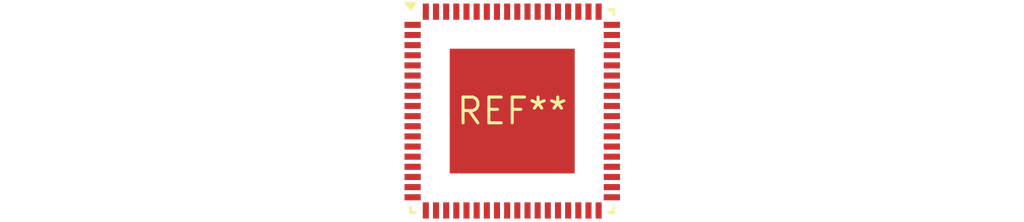
<source format=kicad_pcb>
(kicad_pcb (version 20240108) (generator pcbnew)
  (layers (0 "F.Cu" signal) (31 "B.Cu" signal) (34 "B.Paste" user) (35 "F.Paste" user) (36 "B.SilkS" user "B.Silkscreen") (37 "F.SilkS" user "F.Silkscreen") (38 "B.Mask" user) (39 "F.Mask" user) (44 "Edge.Cuts" user))
  (net 0 "")
  (footprint "LFCSP-72-1EP_10x10mm_P0.5mm_EP6.15x6.15mm" (layer "F.Cu") (at 0 0)
    (property "Reference" "REF**")
    (property "Value" "LFCSP-72-1EP_10x10mm_P0.5mm_EP6.15x6.15mm")
    (fp_line (start -5 5) (end -5 4.75) (layer "F.SilkS") (stroke (width 0.15)))
    (fp_line (start -4.75 5) (end -5 5) (layer "F.SilkS") (stroke (width 0.15)))
    (fp_line (start 4.75 -5) (end 5 -5) (layer "F.SilkS") (stroke (width 0.15)))
    (fp_line (start 4.75 5) (end 5 5) (layer "F.SilkS") (stroke (width 0.15)))
    (fp_line (start 5 -5) (end 5 -4.75) (layer "F.SilkS") (stroke (width 0.15)))
    (fp_line (start 5 5) (end 5 4.75) (layer "F.SilkS") (stroke (width 0.15)))
    (fp_poly (pts (xy -5 -5.005) (xy -5.24 -5.335) (xy -4.76 -5.335) (xy -5 -5.005)) (layer "F.SilkS") (stroke (width 0.12)) (fill solid))
    (pad "1" smd rect (at -4.9 -4.25 90) (size 0.3 0.8) (layers "F.Cu" "F.Paste" "F.Mask"))
    (pad "2" smd rect (at -4.9 -3.75 90) (size 0.3 0.8) (layers "F.Cu" "F.Paste" "F.Mask"))
    (pad "3" smd rect (at -4.9 -3.25 90) (size 0.3 0.8) (layers "F.Cu" "F.Paste" "F.Mask"))
    (pad "4" smd rect (at -4.9 -2.75 90) (size 0.3 0.8) (layers "F.Cu" "F.Paste" "F.Mask"))
    (pad "5" smd rect (at -4.9 -2.25 90) (size 0.3 0.8) (layers "F.Cu" "F.Paste" "F.Mask"))
    (pad "6" smd rect (at -4.9 -1.75 90) (size 0.3 0.8) (layers "F.Cu" "F.Paste" "F.Mask"))
    (pad "7" smd rect (at -4.9 -1.25 90) (size 0.3 0.8) (layers "F.Cu" "F.Paste" "F.Mask"))
    (pad "8" smd rect (at -4.9 -0.75 90) (size 0.3 0.8) (layers "F.Cu" "F.Paste" "F.Mask"))
    (pad "9" smd rect (at -4.9 -0.25 90) (size 0.3 0.8) (layers "F.Cu" "F.Paste" "F.Mask"))
    (pad "10" smd rect (at -4.9 0.25 90) (size 0.3 0.8) (layers "F.Cu" "F.Paste" "F.Mask"))
    (pad "11" smd rect (at -4.9 0.75 90) (size 0.3 0.8) (layers "F.Cu" "F.Paste" "F.Mask"))
    (pad "12" smd rect (at -4.9 1.25 90) (size 0.3 0.8) (layers "F.Cu" "F.Paste" "F.Mask"))
    (pad "13" smd rect (at -4.9 1.75 90) (size 0.3 0.8) (layers "F.Cu" "F.Paste" "F.Mask"))
    (pad "14" smd rect (at -4.9 2.25 90) (size 0.3 0.8) (layers "F.Cu" "F.Paste" "F.Mask"))
    (pad "15" smd rect (at -4.9 2.75 90) (size 0.3 0.8) (layers "F.Cu" "F.Paste" "F.Mask"))
    (pad "16" smd rect (at -4.9 3.25 90) (size 0.3 0.8) (layers "F.Cu" "F.Paste" "F.Mask"))
    (pad "17" smd rect (at -4.9 3.75 90) (size 0.3 0.8) (layers "F.Cu" "F.Paste" "F.Mask"))
    (pad "18" smd rect (at -4.9 4.25 90) (size 0.3 0.8) (layers "F.Cu" "F.Paste" "F.Mask"))
    (pad "19" smd rect (at -4.25 4.9) (size 0.3 0.8) (layers "F.Cu" "F.Paste" "F.Mask"))
    (pad "20" smd rect (at -3.75 4.9) (size 0.3 0.8) (layers "F.Cu" "F.Paste" "F.Mask"))
    (pad "21" smd rect (at -3.25 4.9) (size 0.3 0.8) (layers "F.Cu" "F.Paste" "F.Mask"))
    (pad "22" smd rect (at -2.75 4.9) (size 0.3 0.8) (layers "F.Cu" "F.Paste" "F.Mask"))
    (pad "23" smd rect (at -2.25 4.9) (size 0.3 0.8) (layers "F.Cu" "F.Paste" "F.Mask"))
    (pad "24" smd rect (at -1.75 4.9) (size 0.3 0.8) (layers "F.Cu" "F.Paste" "F.Mask"))
    (pad "25" smd rect (at -1.25 4.9) (size 0.3 0.8) (layers "F.Cu" "F.Paste" "F.Mask"))
    (pad "26" smd rect (at -0.75 4.9) (size 0.3 0.8) (layers "F.Cu" "F.Paste" "F.Mask"))
    (pad "27" smd rect (at -0.25 4.9) (size 0.3 0.8) (layers "F.Cu" "F.Paste" "F.Mask"))
    (pad "28" smd rect (at 0.25 4.9) (size 0.3 0.8) (layers "F.Cu" "F.Paste" "F.Mask"))
    (pad "29" smd rect (at 0.75 4.9) (size 0.3 0.8) (layers "F.Cu" "F.Paste" "F.Mask"))
    (pad "30" smd rect (at 1.25 4.9) (size 0.3 0.8) (layers "F.Cu" "F.Paste" "F.Mask"))
    (pad "31" smd rect (at 1.75 4.9) (size 0.3 0.8) (layers "F.Cu" "F.Paste" "F.Mask"))
    (pad "32" smd rect (at 2.25 4.9) (size 0.3 0.8) (layers "F.Cu" "F.Paste" "F.Mask"))
    (pad "33" smd rect (at 2.75 4.9) (size 0.3 0.8) (layers "F.Cu" "F.Paste" "F.Mask"))
    (pad "34" smd rect (at 3.25 4.9) (size 0.3 0.8) (layers "F.Cu" "F.Paste" "F.Mask"))
    (pad "35" smd rect (at 3.75 4.9) (size 0.3 0.8) (layers "F.Cu" "F.Paste" "F.Mask"))
    (pad "36" smd rect (at 4.25 4.9) (size 0.3 0.8) (layers "F.Cu" "F.Paste" "F.Mask"))
    (pad "37" smd rect (at 4.9 4.25 90) (size 0.3 0.8) (layers "F.Cu" "F.Paste" "F.Mask"))
    (pad "38" smd rect (at 4.9 3.75 90) (size 0.3 0.8) (layers "F.Cu" "F.Paste" "F.Mask"))
    (pad "39" smd rect (at 4.9 3.25 90) (size 0.3 0.8) (layers "F.Cu" "F.Paste" "F.Mask"))
    (pad "40" smd rect (at 4.9 2.75 90) (size 0.3 0.8) (layers "F.Cu" "F.Paste" "F.Mask"))
    (pad "41" smd rect (at 4.9 2.25 90) (size 0.3 0.8) (layers "F.Cu" "F.Paste" "F.Mask"))
    (pad "42" smd rect (at 4.9 1.75 90) (size 0.3 0.8) (layers "F.Cu" "F.Paste" "F.Mask"))
    (pad "43" smd rect (at 4.9 1.25 90) (size 0.3 0.8) (layers "F.Cu" "F.Paste" "F.Mask"))
    (pad "44" smd rect (at 4.9 0.75 90) (size 0.3 0.8) (layers "F.Cu" "F.Paste" "F.Mask"))
    (pad "45" smd rect (at 4.9 0.25 90) (size 0.3 0.8) (layers "F.Cu" "F.Paste" "F.Mask"))
    (pad "46" smd rect (at 4.9 -0.25 90) (size 0.3 0.8) (layers "F.Cu" "F.Paste" "F.Mask"))
    (pad "47" smd rect (at 4.9 -0.75 90) (size 0.3 0.8) (layers "F.Cu" "F.Paste" "F.Mask"))
    (pad "48" smd rect (at 4.9 -1.25 90) (size 0.3 0.8) (layers "F.Cu" "F.Paste" "F.Mask"))
    (pad "49" smd rect (at 4.9 -1.75 90) (size 0.3 0.8) (layers "F.Cu" "F.Paste" "F.Mask"))
    (pad "50" smd rect (at 4.9 -2.25 90) (size 0.3 0.8) (layers "F.Cu" "F.Paste" "F.Mask"))
    (pad "51" smd rect (at 4.9 -2.75 90) (size 0.3 0.8) (layers "F.Cu" "F.Paste" "F.Mask"))
    (pad "52" smd rect (at 4.9 -3.25 90) (size 0.3 0.8) (layers "F.Cu" "F.Paste" "F.Mask"))
    (pad "53" smd rect (at 4.9 -3.75 90) (size 0.3 0.8) (layers "F.Cu" "F.Paste" "F.Mask"))
    (pad "54" smd rect (at 4.9 -4.25 90) (size 0.3 0.8) (layers "F.Cu" "F.Paste" "F.Mask"))
    (pad "55" smd rect (at 4.25 -4.9) (size 0.3 0.8) (layers "F.Cu" "F.Paste" "F.Mask"))
    (pad "56" smd rect (at 3.75 -4.9) (size 0.3 0.8) (layers "F.Cu" "F.Paste" "F.Mask"))
    (pad "57" smd rect (at 3.25 -4.9) (size 0.3 0.8) (layers "F.Cu" "F.Paste" "F.Mask"))
    (pad "58" smd rect (at 2.75 -4.9) (size 0.3 0.8) (layers "F.Cu" "F.Paste" "F.Mask"))
    (pad "59" smd rect (at 2.25 -4.9) (size 0.3 0.8) (layers "F.Cu" "F.Paste" "F.Mask"))
    (pad "60" smd rect (at 1.75 -4.9) (size 0.3 0.8) (layers "F.Cu" "F.Paste" "F.Mask"))
    (pad "61" smd rect (at 1.25 -4.9) (size 0.3 0.8) (layers "F.Cu" "F.Paste" "F.Mask"))
    (pad "62" smd rect (at 0.75 -4.9) (size 0.3 0.8) (layers "F.Cu" "F.Paste" "F.Mask"))
    (pad "63" smd rect (at 0.25 -4.9) (size 0.3 0.8) (layers "F.Cu" "F.Paste" "F.Mask"))
    (pad "64" smd rect (at -0.25 -4.9) (size 0.3 0.8) (layers "F.Cu" "F.Paste" "F.Mask"))
    (pad "65" smd rect (at -0.75 -4.9) (size 0.3 0.8) (layers "F.Cu" "F.Paste" "F.Mask"))
    (pad "66" smd rect (at -1.25 -4.9) (size 0.3 0.8) (layers "F.Cu" "F.Paste" "F.Mask"))
    (pad "67" smd rect (at -1.75 -4.9) (size 0.3 0.8) (layers "F.Cu" "F.Paste" "F.Mask"))
    (pad "68" smd rect (at -2.25 -4.9) (size 0.3 0.8) (layers "F.Cu" "F.Paste" "F.Mask"))
    (pad "69" smd rect (at -2.75 -4.9) (size 0.3 0.8) (layers "F.Cu" "F.Paste" "F.Mask"))
    (pad "70" smd rect (at -3.25 -4.9) (size 0.3 0.8) (layers "F.Cu" "F.Paste" "F.Mask"))
    (pad "71" smd rect (at -3.75 -4.9) (size 0.3 0.8) (layers "F.Cu" "F.Paste" "F.Mask"))
    (pad "72" smd rect (at -4.25 -4.9) (size 0.3 0.8) (layers "F.Cu" "F.Paste" "F.Mask"))
    (pad "73" smd rect (at 0 0) (size 6.15 6.15) (layers "F.Cu" "F.Mask"))
  )
)
</source>
